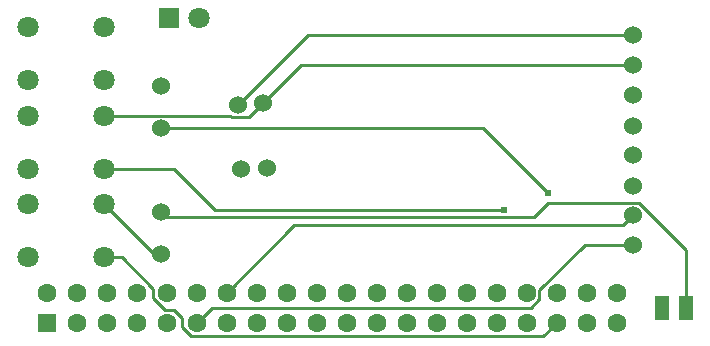
<source format=gtl>
G04 Layer: TopLayer*
G04 EasyEDA v6.5.48, 2025-02-15 11:51:11*
G04 2cfd3feb97a147399bdab27a3ee501b3,839f2ca7e4414f50b7487098226930c6,10*
G04 Gerber Generator version 0.2*
G04 Scale: 100 percent, Rotated: No, Reflected: No *
G04 Dimensions in millimeters *
G04 leading zeros omitted , absolute positions ,4 integer and 5 decimal *
%FSLAX45Y45*%
%MOMM*%

%ADD10C,0.2540*%
%ADD11C,1.6000*%
%ADD12R,1.6000X1.6000*%
%ADD13R,1.1989X2.1590*%
%ADD14C,1.5240*%
%ADD15C,1.8000*%
%ADD16R,1.8000X1.8000*%
%ADD17C,0.6100*%

%LPD*%
D10*
X1806447Y1868180D02*
G01*
X4532756Y1868180D01*
X5079949Y1320987D01*
X1324990Y1974987D02*
G01*
X2390876Y1974987D01*
X2406141Y1959721D01*
X2546984Y1959721D01*
X2666009Y2078746D01*
X1324990Y1225001D02*
G01*
X1748612Y801380D01*
X1806447Y801380D01*
X5799988Y2399979D02*
G01*
X2987243Y2399979D01*
X2666009Y2078746D01*
X5799988Y2659999D02*
G01*
X3050031Y2659999D01*
X2454681Y2064649D01*
X1324990Y1525000D02*
G01*
X1916633Y1525000D01*
X2265857Y1175776D01*
X4705731Y1175776D01*
X1324990Y775014D02*
G01*
X1472158Y775014D01*
X1735531Y511642D01*
X1735531Y433562D01*
X1837893Y331200D01*
X1912670Y331200D01*
X1980006Y263865D01*
X1980006Y189367D01*
X2061845Y107528D01*
X5039537Y107528D01*
X5155006Y222996D01*
X2361006Y476996D02*
G01*
X2929788Y1045778D01*
X5715787Y1045778D01*
X5799988Y1129979D01*
X5799988Y879993D02*
G01*
X5393385Y879993D01*
X5009108Y495716D01*
X5009108Y422843D01*
X4936261Y349996D01*
X2234006Y349996D01*
X2107006Y222996D01*
X1806447Y1156980D02*
G01*
X1846249Y1117178D01*
X4959019Y1117178D01*
X5078907Y1237066D01*
X5850509Y1237066D01*
X6249060Y838514D01*
X6249060Y349996D01*
D11*
G01*
X5663006Y476986D03*
G01*
X5663006Y222986D03*
G01*
X5409006Y476986D03*
G01*
X5409006Y222986D03*
G01*
X5155006Y476986D03*
G01*
X5155006Y222986D03*
G01*
X4901006Y476986D03*
G01*
X4901006Y222986D03*
G01*
X4647006Y476986D03*
G01*
X4647006Y222986D03*
G01*
X4393006Y476986D03*
G01*
X4393006Y222986D03*
G01*
X4139006Y476986D03*
G01*
X4139006Y222986D03*
G01*
X3885006Y476986D03*
G01*
X3885006Y222986D03*
G01*
X3631006Y476986D03*
G01*
X3631006Y222986D03*
G01*
X3377006Y476986D03*
G01*
X3377006Y222986D03*
G01*
X3123006Y476986D03*
G01*
X3123006Y222986D03*
G01*
X2869006Y476986D03*
G01*
X2869006Y222986D03*
G01*
X2615006Y476986D03*
G01*
X2615006Y222986D03*
G01*
X2361006Y476986D03*
G01*
X2361006Y222986D03*
G01*
X2107006Y476986D03*
G01*
X2107006Y222986D03*
G01*
X1853006Y476986D03*
G01*
X1853006Y222986D03*
G01*
X1599006Y476986D03*
G01*
X1599006Y222986D03*
G01*
X1345006Y476986D03*
G01*
X1345006Y222986D03*
G01*
X1091006Y476986D03*
G01*
X1091006Y222986D03*
G01*
X837006Y476986D03*
D12*
G01*
X837006Y222986D03*
D13*
G01*
X6249060Y349986D03*
G01*
X6050940Y349986D03*
D14*
G01*
X1806447Y2223770D03*
G01*
X1806447Y1868170D03*
G01*
X1806447Y1156970D03*
G01*
X1806447Y801370D03*
D15*
G01*
X2126995Y2799994D03*
D16*
G01*
X1872995Y2799994D03*
D15*
G01*
X1324990Y1224991D03*
G01*
X675004Y1224991D03*
G01*
X1324990Y775004D03*
G01*
X675004Y775004D03*
G01*
X1324990Y1974977D03*
G01*
X675004Y1974977D03*
G01*
X1324990Y1524990D03*
G01*
X675004Y1524990D03*
G01*
X1324990Y2724988D03*
G01*
X675004Y2724988D03*
G01*
X1324990Y2275001D03*
G01*
X675004Y2275001D03*
D14*
G01*
X2478201Y1525625D03*
G01*
X2701493Y1535328D03*
G01*
X2666009Y2078736D03*
G01*
X2454681Y2064638D03*
G01*
X5799988Y2659989D03*
G01*
X5799988Y879982D03*
G01*
X5799988Y2399969D03*
G01*
X5799988Y1129969D03*
G01*
X5799988Y1379981D03*
G01*
X5799988Y1639976D03*
G01*
X5799988Y1889988D03*
G01*
X5799988Y2149982D03*
D17*
G01*
X5079949Y1320977D03*
G01*
X4705731Y1175765D03*
M02*

</source>
